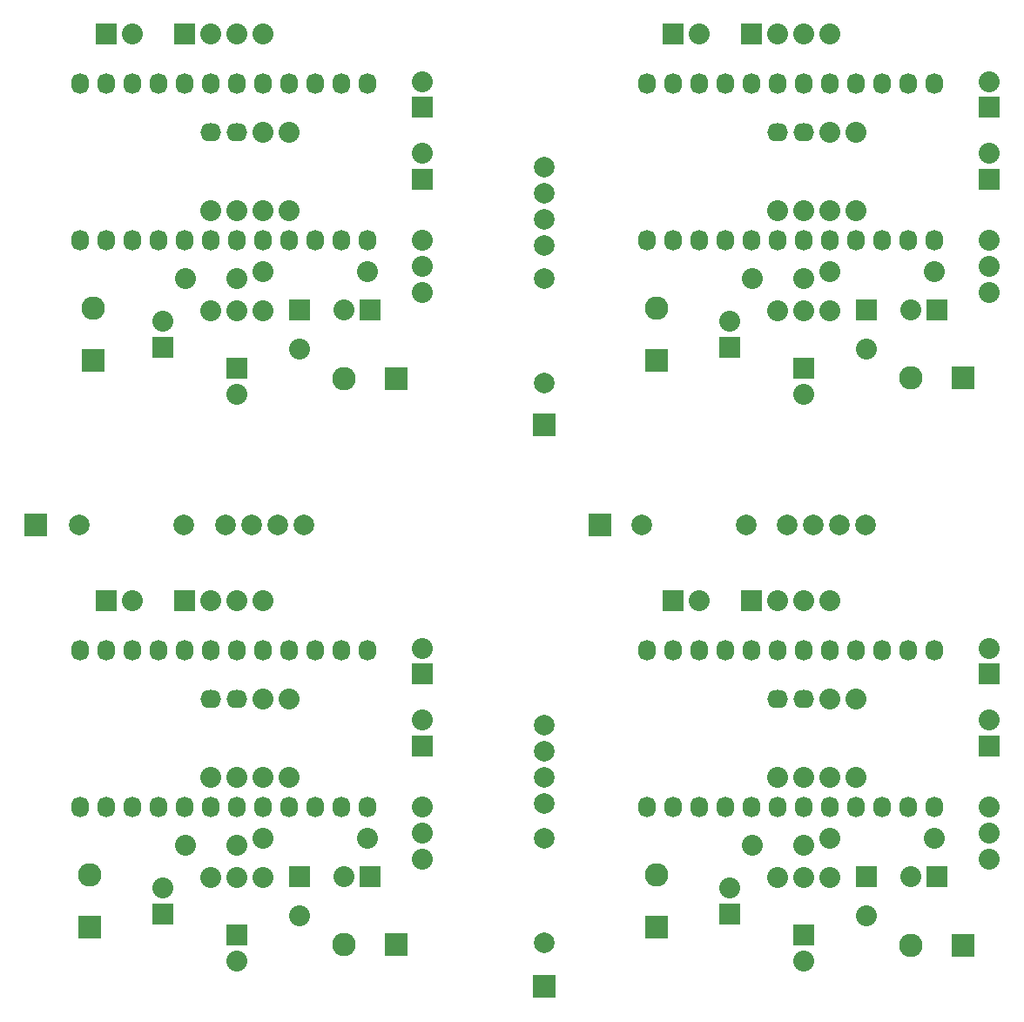
<source format=gbs>
G04 #@! TF.FileFunction,Soldermask,Bot*
%FSLAX46Y46*%
G04 Gerber Fmt 4.6, Leading zero omitted, Abs format (unit mm)*
G04 Created by KiCad (PCBNEW 4.0.2+e4-6225~38~ubuntu14.04.1-stable) date Tue 17 May 2016 20:32:36 AEST*
%MOMM*%
G01*
G04 APERTURE LIST*
%ADD10C,0.100000*%
%ADD11R,2.286000X2.286000*%
%ADD12C,2.286000*%
%ADD13R,2.235200X2.235200*%
%ADD14C,1.998980*%
%ADD15O,2.032000X2.032000*%
%ADD16O,1.727200X2.032000*%
%ADD17R,2.032000X2.032000*%
%ADD18O,2.032000X1.778000*%
G04 APERTURE END LIST*
D10*
D11*
X63119000Y63754000D03*
D12*
X63119000Y68834000D03*
D11*
X63119000Y8636000D03*
D12*
X63119000Y13716000D03*
D11*
X8001000Y8636000D03*
D12*
X8001000Y13716000D03*
D11*
X8382000Y63754000D03*
D12*
X8382000Y68834000D03*
D11*
X92964000Y6858000D03*
D12*
X87884000Y6858000D03*
D11*
X37846000Y6985000D03*
D12*
X32766000Y6985000D03*
D11*
X92964000Y62103000D03*
D12*
X87884000Y62103000D03*
D11*
X37846000Y61976000D03*
D12*
X32766000Y61976000D03*
D13*
X52197000Y2921000D03*
D14*
X52197000Y28321000D03*
X52197000Y25781000D03*
X52197000Y23241000D03*
X52197000Y20701000D03*
X52197000Y7112000D03*
X52197000Y17272000D03*
X52197000Y61595000D03*
X52197000Y71755000D03*
X52197000Y82550000D03*
X52197000Y80010000D03*
X52197000Y77470000D03*
X52197000Y74930000D03*
D13*
X52197000Y57531000D03*
X57658000Y47752000D03*
D14*
X83439000Y47752000D03*
X80899000Y47752000D03*
X78359000Y47752000D03*
X75819000Y47752000D03*
X71882000Y47752000D03*
X61722000Y47752000D03*
D15*
X77470000Y13462000D03*
X80010000Y13462000D03*
X74930000Y13462000D03*
D16*
X62230000Y20383500D03*
X64770000Y20383500D03*
X67310000Y20383500D03*
X69850000Y20383500D03*
X72390000Y20383500D03*
X74930000Y20383500D03*
X77470000Y20383500D03*
X80010000Y20383500D03*
X82550000Y20383500D03*
X85090000Y20383500D03*
X87630000Y20383500D03*
X90170000Y20383500D03*
X62230000Y35623500D03*
X64770000Y35623500D03*
X67310000Y35623500D03*
X69850000Y35623500D03*
X72390000Y35623500D03*
X74930000Y35623500D03*
X77470000Y35623500D03*
X80010000Y35623500D03*
X82550000Y35623500D03*
X85090000Y35623500D03*
X87630000Y35623500D03*
X90170000Y35623500D03*
D17*
X95504000Y26289000D03*
D15*
X95504000Y28829000D03*
D17*
X90424000Y13589000D03*
D15*
X87884000Y13589000D03*
D17*
X70231000Y9906000D03*
D15*
X70231000Y12446000D03*
D17*
X95504000Y33274000D03*
D15*
X95504000Y35774000D03*
X80010000Y17272000D03*
X90170000Y17272000D03*
X95504000Y15240000D03*
X95504000Y17780000D03*
X95504000Y20320000D03*
X77470000Y5374000D03*
D17*
X77470000Y7874000D03*
D15*
X83566000Y9779000D03*
D17*
X83566000Y13589000D03*
D15*
X74930000Y23241000D03*
X77470000Y23241000D03*
X80010000Y23241000D03*
X82550000Y23241000D03*
X82550000Y30861000D03*
X80010000Y30861000D03*
D18*
X77470000Y30861000D03*
X74930000Y30861000D03*
D15*
X72430640Y16637000D03*
X77431900Y16637000D03*
D17*
X72390000Y40386000D03*
D15*
X74930000Y40386000D03*
X77470000Y40386000D03*
X80010000Y40386000D03*
D17*
X64770000Y40386000D03*
D15*
X67310000Y40386000D03*
X77470000Y68580000D03*
X80010000Y68580000D03*
X74930000Y68580000D03*
D16*
X62230000Y75501500D03*
X64770000Y75501500D03*
X67310000Y75501500D03*
X69850000Y75501500D03*
X72390000Y75501500D03*
X74930000Y75501500D03*
X77470000Y75501500D03*
X80010000Y75501500D03*
X82550000Y75501500D03*
X85090000Y75501500D03*
X87630000Y75501500D03*
X90170000Y75501500D03*
X62230000Y90741500D03*
X64770000Y90741500D03*
X67310000Y90741500D03*
X69850000Y90741500D03*
X72390000Y90741500D03*
X74930000Y90741500D03*
X77470000Y90741500D03*
X80010000Y90741500D03*
X82550000Y90741500D03*
X85090000Y90741500D03*
X87630000Y90741500D03*
X90170000Y90741500D03*
D17*
X95504000Y81407000D03*
D15*
X95504000Y83947000D03*
D17*
X90424000Y68707000D03*
D15*
X87884000Y68707000D03*
D17*
X70231000Y65024000D03*
D15*
X70231000Y67564000D03*
D17*
X95504000Y88392000D03*
D15*
X95504000Y90892000D03*
X80010000Y72390000D03*
X90170000Y72390000D03*
X95504000Y70358000D03*
X95504000Y72898000D03*
X95504000Y75438000D03*
X77470000Y60492000D03*
D17*
X77470000Y62992000D03*
D15*
X83566000Y64897000D03*
D17*
X83566000Y68707000D03*
D15*
X74930000Y78359000D03*
X77470000Y78359000D03*
X80010000Y78359000D03*
X82550000Y78359000D03*
X82550000Y85979000D03*
X80010000Y85979000D03*
D18*
X77470000Y85979000D03*
X74930000Y85979000D03*
D15*
X72430640Y71755000D03*
X77431900Y71755000D03*
D17*
X72390000Y95504000D03*
D15*
X74930000Y95504000D03*
X77470000Y95504000D03*
X80010000Y95504000D03*
D17*
X64770000Y95504000D03*
D15*
X67310000Y95504000D03*
D14*
X17145000Y47752000D03*
X6985000Y47752000D03*
X28829000Y47752000D03*
X26289000Y47752000D03*
X23749000Y47752000D03*
X21209000Y47752000D03*
D13*
X2794000Y47752000D03*
D17*
X9652000Y95504000D03*
D15*
X12192000Y95504000D03*
D17*
X17272000Y95504000D03*
D15*
X19812000Y95504000D03*
X22352000Y95504000D03*
X24892000Y95504000D03*
X17312640Y71755000D03*
X22313900Y71755000D03*
X19812000Y78359000D03*
X22352000Y78359000D03*
X24892000Y78359000D03*
X27432000Y78359000D03*
X27432000Y85979000D03*
X24892000Y85979000D03*
D18*
X22352000Y85979000D03*
X19812000Y85979000D03*
D15*
X28448000Y64897000D03*
D17*
X28448000Y68707000D03*
D15*
X22352000Y60492000D03*
D17*
X22352000Y62992000D03*
D15*
X40386000Y70358000D03*
X40386000Y72898000D03*
X40386000Y75438000D03*
X24892000Y72390000D03*
X35052000Y72390000D03*
D17*
X40386000Y88392000D03*
D15*
X40386000Y90892000D03*
D17*
X15113000Y65024000D03*
D15*
X15113000Y67564000D03*
D17*
X35306000Y68707000D03*
D15*
X32766000Y68707000D03*
D17*
X40386000Y81407000D03*
D15*
X40386000Y83947000D03*
D16*
X7112000Y90741500D03*
X9652000Y90741500D03*
X12192000Y90741500D03*
X14732000Y90741500D03*
X17272000Y90741500D03*
X19812000Y90741500D03*
X22352000Y90741500D03*
X24892000Y90741500D03*
X27432000Y90741500D03*
X29972000Y90741500D03*
X32512000Y90741500D03*
X35052000Y90741500D03*
X7112000Y75501500D03*
X9652000Y75501500D03*
X12192000Y75501500D03*
X14732000Y75501500D03*
X17272000Y75501500D03*
X19812000Y75501500D03*
X22352000Y75501500D03*
X24892000Y75501500D03*
X27432000Y75501500D03*
X29972000Y75501500D03*
X32512000Y75501500D03*
X35052000Y75501500D03*
D15*
X22352000Y68580000D03*
X24892000Y68580000D03*
X19812000Y68580000D03*
X22352000Y13462000D03*
X24892000Y13462000D03*
X19812000Y13462000D03*
D16*
X7112000Y20383500D03*
X9652000Y20383500D03*
X12192000Y20383500D03*
X14732000Y20383500D03*
X17272000Y20383500D03*
X19812000Y20383500D03*
X22352000Y20383500D03*
X24892000Y20383500D03*
X27432000Y20383500D03*
X29972000Y20383500D03*
X32512000Y20383500D03*
X35052000Y20383500D03*
X7112000Y35623500D03*
X9652000Y35623500D03*
X12192000Y35623500D03*
X14732000Y35623500D03*
X17272000Y35623500D03*
X19812000Y35623500D03*
X22352000Y35623500D03*
X24892000Y35623500D03*
X27432000Y35623500D03*
X29972000Y35623500D03*
X32512000Y35623500D03*
X35052000Y35623500D03*
D17*
X40386000Y26289000D03*
D15*
X40386000Y28829000D03*
D17*
X35306000Y13589000D03*
D15*
X32766000Y13589000D03*
D17*
X15113000Y9906000D03*
D15*
X15113000Y12446000D03*
D17*
X40386000Y33274000D03*
D15*
X40386000Y35774000D03*
X24892000Y17272000D03*
X35052000Y17272000D03*
X40386000Y15240000D03*
X40386000Y17780000D03*
X40386000Y20320000D03*
X22352000Y5374000D03*
D17*
X22352000Y7874000D03*
D15*
X28448000Y9779000D03*
D17*
X28448000Y13589000D03*
D15*
X19812000Y23241000D03*
X22352000Y23241000D03*
X24892000Y23241000D03*
X27432000Y23241000D03*
X27432000Y30861000D03*
X24892000Y30861000D03*
D18*
X22352000Y30861000D03*
X19812000Y30861000D03*
D15*
X17312640Y16637000D03*
X22313900Y16637000D03*
D17*
X17272000Y40386000D03*
D15*
X19812000Y40386000D03*
X22352000Y40386000D03*
X24892000Y40386000D03*
D17*
X9652000Y40386000D03*
D15*
X12192000Y40386000D03*
M02*

</source>
